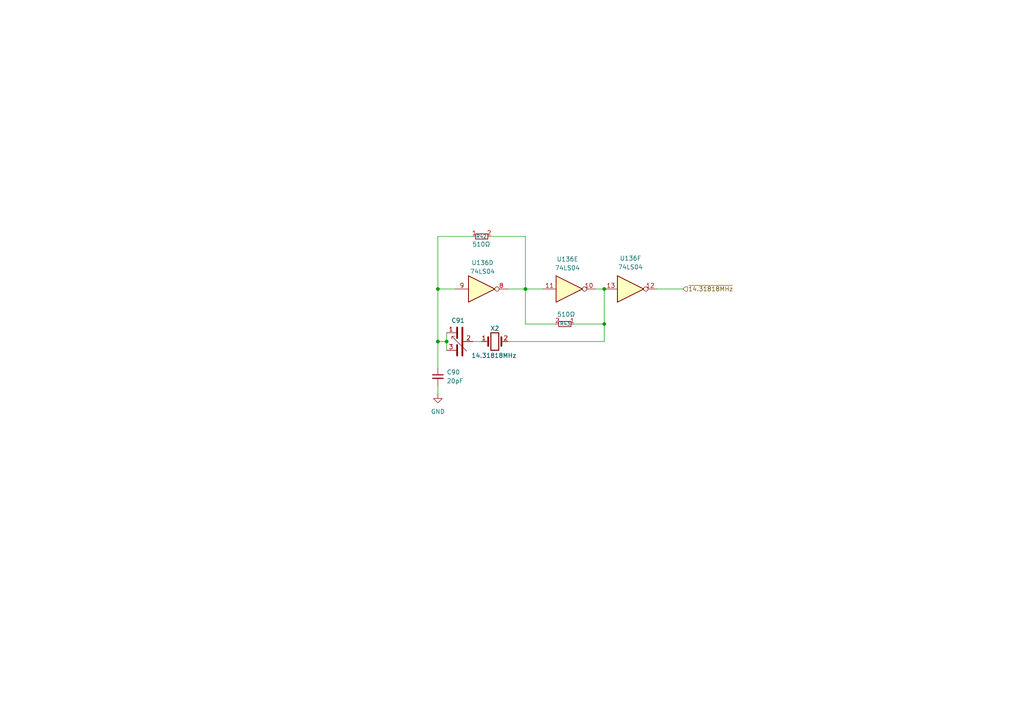
<source format=kicad_sch>
(kicad_sch (version 20250114) (generator "eeschema") (generator_version "9.0")
  (paper "A4")
  (lib_symbols
    (symbol "74xx:74LS04"
      (property "Reference" "U" (at 0 1.27 0))
      (property "Value" "74LS04" (at 0 -1.27 0))
      (symbol "74LS04_1_0"
        (polyline (pts (xy -3.81 3.81) (xy -3.81 -3.81) (xy 3.81 0) (xy -3.81 3.81)) (stroke (width 0.254)) (fill (type background)))
        (pin input line (at -7.62 0 0) (length 3.81) (name "~") (number "1"))
        (pin output inverted (at 7.62 0 180) (length 3.81) (name "~") (number "2"))
      )
      (symbol "74LS04_2_0"
        (polyline (pts (xy -3.81 3.81) (xy -3.81 -3.81) (xy 3.81 0) (xy -3.81 3.81)) (stroke (width 0.254)) (fill (type background)))
        (pin input line (at -7.62 0 0) (length 3.81) (name "~") (number "3"))
        (pin output inverted (at 7.62 0 180) (length 3.81) (name "~") (number "4"))
      )
      (symbol "74LS04_3_0"
        (polyline (pts (xy -3.81 3.81) (xy -3.81 -3.81) (xy 3.81 0) (xy -3.81 3.81)) (stroke (width 0.254)) (fill (type background)))
        (pin input line (at -7.62 0 0) (length 3.81) (name "~") (number "5"))
        (pin output inverted (at 7.62 0 180) (length 3.81) (name "~") (number "6"))
      )
      (symbol "74LS04_4_0"
        (polyline (pts (xy -3.81 3.81) (xy -3.81 -3.81) (xy 3.81 0) (xy -3.81 3.81)) (stroke (width 0.254)) (fill (type background)))
        (pin input line (at -7.62 0 0) (length 3.81) (name "~") (number "9"))
        (pin output inverted (at 7.62 0 180) (length 3.81) (name "~") (number "8"))
      )
      (symbol "74LS04_5_0"
        (polyline (pts (xy -3.81 3.81) (xy -3.81 -3.81) (xy 3.81 0) (xy -3.81 3.81)) (stroke (width 0.254)) (fill (type background)))
        (pin input line (at -7.62 0 0) (length 3.81) (name "~") (number "11"))
        (pin output inverted (at 7.62 0 180) (length 3.81) (name "~") (number "10"))
      )
      (symbol "74LS04_6_0"
        (polyline (pts (xy -3.81 3.81) (xy -3.81 -3.81) (xy 3.81 0) (xy -3.81 3.81)) (stroke (width 0.254)) (fill (type background)))
        (pin input line (at -7.62 0 0) (length 3.81) (name "~") (number "13"))
        (pin output inverted (at 7.62 0 180) (length 3.81) (name "~") (number "12"))
      )
      (symbol "74LS04_7_0"
        (pin power_in line (at 0 12.7 270) (length 5.08) (name "VCC") (number "14"))
        (pin power_in line (at 0 -12.7 90) (length 5.08) (name "GND") (number "7"))
      )
      (symbol "74LS04_7_1"
        (rectangle (start -5.08 7.62) (end 5.08 -7.62) (stroke (width 0.254)) (fill (type background)))
      )
    )
    (symbol "Device:C_Small" (pin_numbers (hide yes)) (pin_names (offset 0.254) (hide yes))
      (property "Reference" "C" (at 0.254 1.778 0))
      (property "Value" "C_Small" (at 0.254 -2.032 0))
      (symbol "C_Small_0_1"
        (polyline (pts (xy -1.524 0.508) (xy 1.524 0.508)) (stroke (width 0.3048)))
        (polyline (pts (xy -1.524 -0.508) (xy 1.524 -0.508)) (stroke (width 0.3302)))
      )
      (symbol "C_Small_1_1"
        (pin passive line (at 0 2.54 270) (length 2.032) (name "~") (number "1"))
        (pin passive line (at 0 -2.54 90) (length 2.032) (name "~") (number "2"))
      )
    )
    (symbol "Device:C_Trim_Differential" (pin_names (offset 0.254) (hide yes))
      (property "Reference" "C" (at 5.08 1.27 0))
      (property "Value" "C_Trim_Differential" (at 5.08 -0.635 0))
      (symbol "C_Trim_Differential_0_1"
        (polyline (pts (xy -4.064 0.762) (xy -1.016 0.762)) (stroke (width 0.508)))
        (polyline (pts (xy -4.064 -0.762) (xy 4.064 -0.762)) (stroke (width 0.508)))
        (polyline (pts (xy -2.54 1.27) (xy -2.54 0.762)))
        (polyline (pts (xy -1.524 2.286) (xy 2.794 -2.032)))
        (polyline (pts (xy -0.762 2.286) (xy -1.524 2.286) (xy -1.524 1.524)))
        (polyline (pts (xy 0 -1.27) (xy 0 -0.762)))
        (polyline (pts (xy 1.016 0.762) (xy 4.064 0.762)) (stroke (width 0.508)))
        (polyline (pts (xy 2.54 1.27) (xy 2.54 0.762)))
      )
      (symbol "C_Trim_Differential_1_1"
        (pin passive line (at -2.54 3.81 270) (length 2.54) (name "~") (number "1"))
        (pin passive line (at 0 -3.81 90) (length 2.54) (name "~") (number "2"))
        (pin passive line (at 2.54 3.81 270) (length 2.54) (name "~") (number "3"))
      )
    )
    (symbol "Device:Crystal" (pin_names (offset 1.016) (hide yes))
      (property "Reference" "Y" (at 0 3.81 0))
      (property "Value" "Crystal" (at 0 -3.81 0))
      (symbol "Crystal_0_1"
        (polyline (pts (xy -2.54 0) (xy -1.905 0)))
        (polyline (pts (xy -1.905 -1.27) (xy -1.905 1.27)) (stroke (width 0.508)))
        (rectangle (start -1.143 2.54) (end 1.143 -2.54) (stroke (width 0.3048)))
        (polyline (pts (xy 1.905 -1.27) (xy 1.905 1.27)) (stroke (width 0.508)))
        (polyline (pts (xy 2.54 0) (xy 1.905 0)))
      )
      (symbol "Crystal_1_1"
        (pin passive line (at -3.81 0 0) (length 1.27) (name "1") (number "1"))
        (pin passive line (at 3.81 0 180) (length 1.27) (name "2") (number "2"))
      )
    )
    (symbol "Device:R_Small" (pin_names (offset 0.254) (hide yes))
      (property "Reference" "R" (at 0 0 90))
      (property "Value" "R_Small" (at 1.778 0 90))
      (symbol "R_Small_0_1"
        (rectangle (start -0.762 1.778) (end 0.762 -1.778) (stroke (width 0.2032)))
      )
      (symbol "R_Small_1_1"
        (pin passive line (at 0 2.54 270) (length 0.762) (name "~") (number "1"))
        (pin passive line (at 0 -2.54 90) (length 0.762) (name "~") (number "2"))
      )
    )
    (symbol "power:GND" (power) (pin_numbers (hide yes)) (pin_names (offset 0) (hide yes))
      (property "Value" "GND" (at 0 -3.81 0))
      (symbol "GND_0_1"
        (polyline (pts (xy 0 0) (xy 0 -1.27) (xy 1.27 -1.27) (xy 0 -2.54) (xy -1.27 -1.27) (xy 0 -1.27)))
      )
      (symbol "GND_1_1"
        (pin power_in line (at 0 0 270) (length 0) (name "~") (number "1"))
      )
    )
  )
  (junction (at 175.26 93.98))
  (junction (at 175.26 83.82))
  (junction (at 129.54 99.06))
  (junction (at 127 83.82))
  (junction (at 152.4 83.82))
  (junction (at 127 99.06))
  (wire (pts (xy 127 83.82) (xy 127 99.06)))
  (wire (pts (xy 152.4 68.58) (xy 152.4 83.82)))
  (wire (pts (xy 147.32 99.06) (xy 175.26 99.06)))
  (wire (pts (xy 147.32 83.82) (xy 152.4 83.82)))
  (wire (pts (xy 142.24 68.58) (xy 152.4 68.58)))
  (wire (pts (xy 129.54 99.06) (xy 129.54 101.6)))
  (wire (pts (xy 152.4 93.98) (xy 161.29 93.98)))
  (wire (pts (xy 127 68.58) (xy 127 83.82)))
  (wire (pts (xy 172.72 83.82) (xy 175.26 83.82)))
  (wire (pts (xy 190.5 83.82) (xy 198.12 83.82)))
  (wire (pts (xy 127 68.58) (xy 137.16 68.58)))
  (wire (pts (xy 166.37 93.98) (xy 175.26 93.98)))
  (wire (pts (xy 152.4 83.82) (xy 152.4 93.98)))
  (wire (pts (xy 127 99.06) (xy 127 106.68)))
  (wire (pts (xy 175.26 93.98) (xy 175.26 99.06)))
  (wire (pts (xy 175.26 83.82) (xy 175.26 93.98)))
  (wire (pts (xy 137.16 99.06) (xy 139.7 99.06)))
  (wire (pts (xy 127 111.76) (xy 127 114.3)))
  (wire (pts (xy 132.08 83.82) (xy 127 83.82)))
  (wire (pts (xy 129.54 96.52) (xy 129.54 99.06)))
  (wire (pts (xy 127 99.06) (xy 129.54 99.06)))
  (wire (pts (xy 152.4 83.82) (xy 157.48 83.82)))
  (hierarchical_label "~{14.31818MHz}" (shape input) (at 198.12 83.82 0))
  (symbol (lib_id "Device:C_Small") (at 127 109.22 0) (unit 1)
    (property "Reference" "C90" (at 129.54 107.9562 0) (effects (justify left)))
    (property "Value" "20pF" (at 129.54 110.4962 0) (effects (justify left)))
    (property "Footprint" "seequa_footprints:C_Seequa_Bypass_6.5mm" (effects (hide yes)))
    (property "Description" "Unpolarized capacitor, small symbol" (effects (hide yes)))
    (property "seq_partno" "20K S2L 1KV" (effects (hide yes)))
    (property "seq_notes" "Sometimes cut off and bodged across pins 7 and 9 of 74LS204 near video clock" (effects (hide yes)))
  )
  (symbol (lib_id "74xx:74LS04") (at 182.88 83.82 0) (unit 6)
    (property "Reference" "U136" (at 182.88 74.93 0))
    (property "Value" "74LS04" (at 182.88 77.47 0))
    (property "Footprint" "Package_DIP:DIP-14_W7.62mm" (effects (hide yes)))
    (property "Datasheet" "http://www.ti.com/lit/gpn/sn74LS04" (effects (hide yes)))
    (property "Description" "Hex Inverter" (effects (hide yes)))
  )
  (symbol (lib_id "74xx:74LS04") (at 165.1 83.82 0) (unit 5)
    (property "Reference" "U136" (at 164.592 75.184 0))
    (property "Value" "74LS04" (at 164.592 77.724 0))
    (property "Footprint" "Package_DIP:DIP-14_W7.62mm" (effects (hide yes)))
    (property "Datasheet" "http://www.ti.com/lit/gpn/sn74LS04" (effects (hide yes)))
    (property "Description" "Hex Inverter" (effects (hide yes)))
  )
  (symbol (lib_id "power:GND") (at 127 114.3 0) (unit 1)
    (property "Reference" "#PWR023" (effects (hide yes)))
    (property "Value" "GND" (at 127 119.38 0))
    (property "Description" "Power symbol creates a global label with name \"GND\" , ground" (effects (hide yes)))
  )
  (symbol (lib_id "74xx:74LS04") (at 139.7 83.82 0) (unit 4)
    (property "Reference" "U136" (at 139.954 76.2 0))
    (property "Value" "74LS04" (at 139.954 78.74 0))
    (property "Footprint" "Package_DIP:DIP-14_W7.62mm" (effects (hide yes)))
    (property "Datasheet" "http://www.ti.com/lit/gpn/sn74LS04" (effects (hide yes)))
    (property "Description" "Hex Inverter" (effects (hide yes)))
  )
  (symbol (lib_id "Device:C_Trim_Differential") (at 133.35 99.06 90) (mirror x) (unit 1)
    (property "Reference" "C91" (at 132.842 92.964 90))
    (property "Value" "C_Trim_Differential" (effects (hide yes)))
    (property "Footprint" "seequa_footprints:C_Seequa_Trimmer" (effects (hide yes)))
    (property "Description" "Differential variable capacitor with two stators" (effects (hide yes)))
  )
  (symbol (lib_id "Device:R_Small") (at 139.7 68.58 90) (mirror x) (unit 1)
    (property "Reference" "R42" (at 141.195 68.5864 90) (effects (font (size 1.016 1.016)) (justify left)))
    (property "Value" "510Ω" (at 142.24 70.866 90) (effects (justify left)))
    (property "Footprint" "seequa_footprints:R_Seequa_Resistor" (effects (hide yes)))
    (property "Description" "Resistor, small symbol" (effects (hide yes)))
    (property "seq_silkscreen" "R1" (effects (hide yes)))
    (property "seq_notes" "Green,Brown,Brown,Gold" (effects (hide yes)))
  )
  (symbol (lib_id "Device:R_Small") (at 163.83 93.98 270) (mirror x) (unit 1)
    (property "Reference" "R43" (at 162.3504 93.9059 90) (effects (font (size 1.016 1.016)) (justify left)))
    (property "Value" "510Ω" (at 161.544 91.186 90) (effects (justify left)))
    (property "Footprint" "seequa_footprints:R_Seequa_Resistor" (effects (hide yes)))
    (property "Description" "Resistor, small symbol" (effects (hide yes)))
    (property "seq_silkscreen" "R2" (effects (hide yes)))
    (property "seq_notes" "Green,Brown,Brown,Gold" (effects (hide yes)))
  )
  (symbol (lib_id "Device:Crystal") (at 143.51 99.06 0) (unit 1)
    (property "Reference" "X2" (at 143.51 95.25 0))
    (property "Value" "14.31818MHz" (at 143.256 103.124 0))
    (property "Footprint" "Crystal:Crystal_HC49-U_Vertical" (effects (hide yes)))
    (property "Description" "Two pin crystal" (effects (hide yes)))
  )
)
</source>
